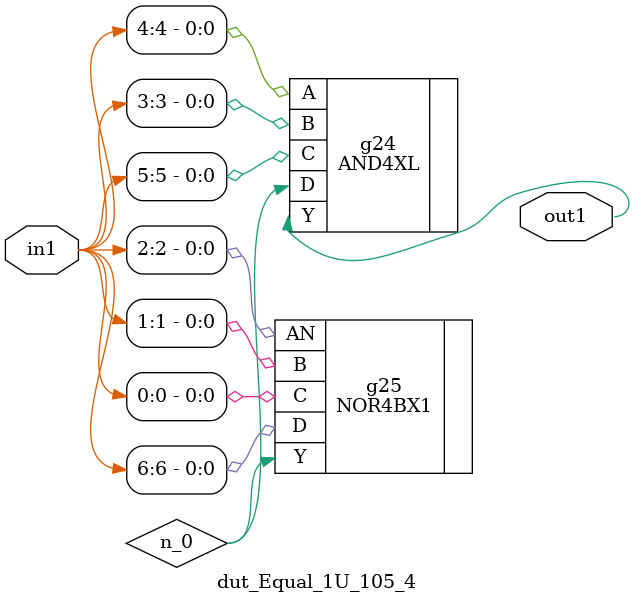
<source format=v>
`timescale 1ps / 1ps


module dut_Equal_1U_105_4(in1, out1);
  input [6:0] in1;
  output out1;
  wire [6:0] in1;
  wire out1;
  wire n_0;
  AND4XL g24(.A (in1[4]), .B (in1[3]), .C (in1[5]), .D (n_0), .Y
       (out1));
  NOR4BX1 g25(.AN (in1[2]), .B (in1[1]), .C (in1[0]), .D (in1[6]), .Y
       (n_0));
endmodule



</source>
